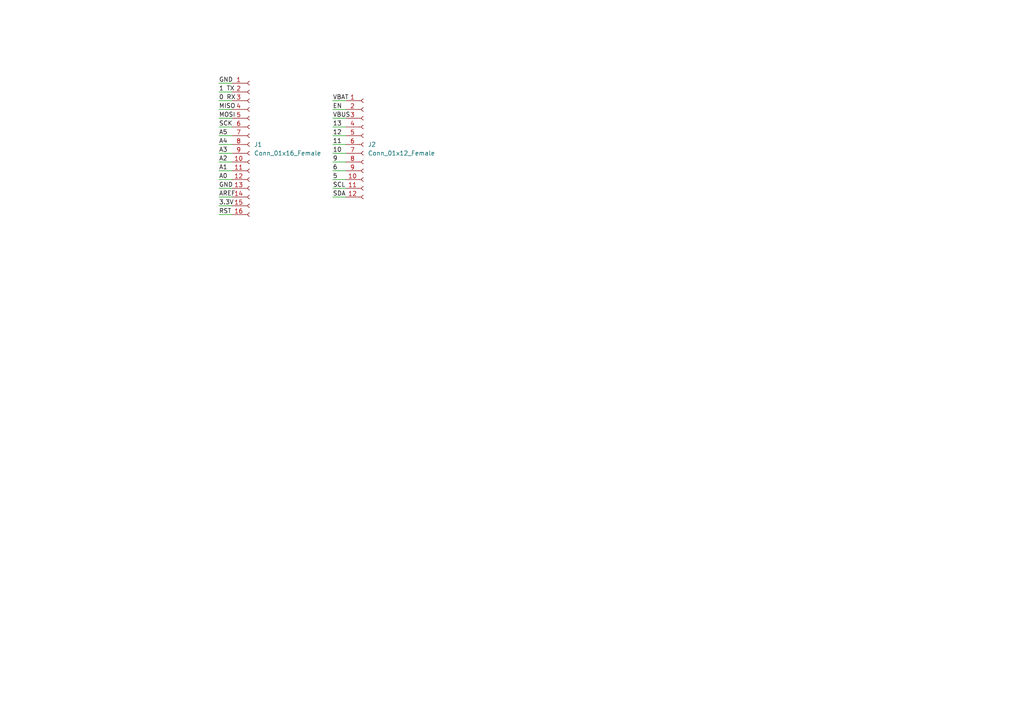
<source format=kicad_sch>
(kicad_sch (version 20230121) (generator eeschema)
  (paper "A4")
  (lib_symbols
    (symbol "Connector:Conn_01x12_Female" (pin_names (offset 1.016) hide)
      (property "Reference" "J" (at 0 15.24 0))
      (property "Value" "Conn_01x12_Female" (at 0 -17.78 0))
      (symbol "Conn_01x12_Female_1_1"
        (arc (start 0 -14.732) (mid -0.5058 -15.24) (end 0 -15.748) (stroke (width 0.1524)))
        (arc (start 0 -12.192) (mid -0.5058 -12.7) (end 0 -13.208) (stroke (width 0.1524)))
        (arc (start 0 -9.652) (mid -0.5058 -10.16) (end 0 -10.668) (stroke (width 0.1524)))
        (arc (start 0 -7.112) (mid -0.5058 -7.62) (end 0 -8.128) (stroke (width 0.1524)))
        (arc (start 0 -4.572) (mid -0.5058 -5.08) (end 0 -5.588) (stroke (width 0.1524)))
        (arc (start 0 -2.032) (mid -0.5058 -2.54) (end 0 -3.048) (stroke (width 0.1524)))
        (polyline (pts (xy -1.27 -15.24) (xy -0.508 -15.24)) (stroke (width 0.1524)))
        (polyline (pts (xy -1.27 -12.7) (xy -0.508 -12.7)) (stroke (width 0.1524)))
        (polyline (pts (xy -1.27 -10.16) (xy -0.508 -10.16)) (stroke (width 0.1524)))
        (polyline (pts (xy -1.27 -7.62) (xy -0.508 -7.62)) (stroke (width 0.1524)))
        (polyline (pts (xy -1.27 -5.08) (xy -0.508 -5.08)) (stroke (width 0.1524)))
        (polyline (pts (xy -1.27 -2.54) (xy -0.508 -2.54)) (stroke (width 0.1524)))
        (polyline (pts (xy -1.27 0) (xy -0.508 0)) (stroke (width 0.1524)))
        (polyline (pts (xy -1.27 2.54) (xy -0.508 2.54)) (stroke (width 0.1524)))
        (polyline (pts (xy -1.27 5.08) (xy -0.508 5.08)) (stroke (width 0.1524)))
        (polyline (pts (xy -1.27 7.62) (xy -0.508 7.62)) (stroke (width 0.1524)))
        (polyline (pts (xy -1.27 10.16) (xy -0.508 10.16)) (stroke (width 0.1524)))
        (polyline (pts (xy -1.27 12.7) (xy -0.508 12.7)) (stroke (width 0.1524)))
        (arc (start 0 0.508) (mid -0.5058 0) (end 0 -0.508) (stroke (width 0.1524)))
        (arc (start 0 3.048) (mid -0.5058 2.54) (end 0 2.032) (stroke (width 0.1524)))
        (arc (start 0 5.588) (mid -0.5058 5.08) (end 0 4.572) (stroke (width 0.1524)))
        (arc (start 0 8.128) (mid -0.5058 7.62) (end 0 7.112) (stroke (width 0.1524)))
        (arc (start 0 10.668) (mid -0.5058 10.16) (end 0 9.652) (stroke (width 0.1524)))
        (arc (start 0 13.208) (mid -0.5058 12.7) (end 0 12.192) (stroke (width 0.1524)))
        (pin passive line (at -5.08 12.7 0) (length 3.81) (name "Pin_1") (number "1"))
        (pin passive line (at -5.08 -10.16 0) (length 3.81) (name "Pin_10") (number "10"))
        (pin passive line (at -5.08 -12.7 0) (length 3.81) (name "Pin_11") (number "11"))
        (pin passive line (at -5.08 -15.24 0) (length 3.81) (name "Pin_12") (number "12"))
        (pin passive line (at -5.08 10.16 0) (length 3.81) (name "Pin_2") (number "2"))
        (pin passive line (at -5.08 7.62 0) (length 3.81) (name "Pin_3") (number "3"))
        (pin passive line (at -5.08 5.08 0) (length 3.81) (name "Pin_4") (number "4"))
        (pin passive line (at -5.08 2.54 0) (length 3.81) (name "Pin_5") (number "5"))
        (pin passive line (at -5.08 0 0) (length 3.81) (name "Pin_6") (number "6"))
        (pin passive line (at -5.08 -2.54 0) (length 3.81) (name "Pin_7") (number "7"))
        (pin passive line (at -5.08 -5.08 0) (length 3.81) (name "Pin_8") (number "8"))
        (pin passive line (at -5.08 -7.62 0) (length 3.81) (name "Pin_9") (number "9"))
      )
    )
    (symbol "Connector:Conn_01x16_Female" (pin_names (offset 1.016) hide)
      (property "Reference" "J" (at 0 20.32 0))
      (property "Value" "Conn_01x16_Female" (at 0 -22.86 0))
      (symbol "Conn_01x16_Female_1_1"
        (arc (start 0 -19.812) (mid -0.5058 -20.32) (end 0 -20.828) (stroke (width 0.1524)))
        (arc (start 0 -17.272) (mid -0.5058 -17.78) (end 0 -18.288) (stroke (width 0.1524)))
        (arc (start 0 -14.732) (mid -0.5058 -15.24) (end 0 -15.748) (stroke (width 0.1524)))
        (arc (start 0 -12.192) (mid -0.5058 -12.7) (end 0 -13.208) (stroke (width 0.1524)))
        (arc (start 0 -9.652) (mid -0.5058 -10.16) (end 0 -10.668) (stroke (width 0.1524)))
        (arc (start 0 -7.112) (mid -0.5058 -7.62) (end 0 -8.128) (stroke (width 0.1524)))
        (arc (start 0 -4.572) (mid -0.5058 -5.08) (end 0 -5.588) (stroke (width 0.1524)))
        (arc (start 0 -2.032) (mid -0.5058 -2.54) (end 0 -3.048) (stroke (width 0.1524)))
        (polyline (pts (xy -1.27 -20.32) (xy -0.508 -20.32)) (stroke (width 0.1524)))
        (polyline (pts (xy -1.27 -17.78) (xy -0.508 -17.78)) (stroke (width 0.1524)))
        (polyline (pts (xy -1.27 -15.24) (xy -0.508 -15.24)) (stroke (width 0.1524)))
        (polyline (pts (xy -1.27 -12.7) (xy -0.508 -12.7)) (stroke (width 0.1524)))
        (polyline (pts (xy -1.27 -10.16) (xy -0.508 -10.16)) (stroke (width 0.1524)))
        (polyline (pts (xy -1.27 -7.62) (xy -0.508 -7.62)) (stroke (width 0.1524)))
        (polyline (pts (xy -1.27 -5.08) (xy -0.508 -5.08)) (stroke (width 0.1524)))
        (polyline (pts (xy -1.27 -2.54) (xy -0.508 -2.54)) (stroke (width 0.1524)))
        (polyline (pts (xy -1.27 0) (xy -0.508 0)) (stroke (width 0.1524)))
        (polyline (pts (xy -1.27 2.54) (xy -0.508 2.54)) (stroke (width 0.1524)))
        (polyline (pts (xy -1.27 5.08) (xy -0.508 5.08)) (stroke (width 0.1524)))
        (polyline (pts (xy -1.27 7.62) (xy -0.508 7.62)) (stroke (width 0.1524)))
        (polyline (pts (xy -1.27 10.16) (xy -0.508 10.16)) (stroke (width 0.1524)))
        (polyline (pts (xy -1.27 12.7) (xy -0.508 12.7)) (stroke (width 0.1524)))
        (polyline (pts (xy -1.27 15.24) (xy -0.508 15.24)) (stroke (width 0.1524)))
        (polyline (pts (xy -1.27 17.78) (xy -0.508 17.78)) (stroke (width 0.1524)))
        (arc (start 0 0.508) (mid -0.5058 0) (end 0 -0.508) (stroke (width 0.1524)))
        (arc (start 0 3.048) (mid -0.5058 2.54) (end 0 2.032) (stroke (width 0.1524)))
        (arc (start 0 5.588) (mid -0.5058 5.08) (end 0 4.572) (stroke (width 0.1524)))
        (arc (start 0 8.128) (mid -0.5058 7.62) (end 0 7.112) (stroke (width 0.1524)))
        (arc (start 0 10.668) (mid -0.5058 10.16) (end 0 9.652) (stroke (width 0.1524)))
        (arc (start 0 13.208) (mid -0.5058 12.7) (end 0 12.192) (stroke (width 0.1524)))
        (arc (start 0 15.748) (mid -0.5058 15.24) (end 0 14.732) (stroke (width 0.1524)))
        (arc (start 0 18.288) (mid -0.5058 17.78) (end 0 17.272) (stroke (width 0.1524)))
        (pin passive line (at -5.08 17.78 0) (length 3.81) (name "Pin_1") (number "1"))
        (pin passive line (at -5.08 -5.08 0) (length 3.81) (name "Pin_10") (number "10"))
        (pin passive line (at -5.08 -7.62 0) (length 3.81) (name "Pin_11") (number "11"))
        (pin passive line (at -5.08 -10.16 0) (length 3.81) (name "Pin_12") (number "12"))
        (pin passive line (at -5.08 -12.7 0) (length 3.81) (name "Pin_13") (number "13"))
        (pin passive line (at -5.08 -15.24 0) (length 3.81) (name "Pin_14") (number "14"))
        (pin passive line (at -5.08 -17.78 0) (length 3.81) (name "Pin_15") (number "15"))
        (pin passive line (at -5.08 -20.32 0) (length 3.81) (name "Pin_16") (number "16"))
        (pin passive line (at -5.08 15.24 0) (length 3.81) (name "Pin_2") (number "2"))
        (pin passive line (at -5.08 12.7 0) (length 3.81) (name "Pin_3") (number "3"))
        (pin passive line (at -5.08 10.16 0) (length 3.81) (name "Pin_4") (number "4"))
        (pin passive line (at -5.08 7.62 0) (length 3.81) (name "Pin_5") (number "5"))
        (pin passive line (at -5.08 5.08 0) (length 3.81) (name "Pin_6") (number "6"))
        (pin passive line (at -5.08 2.54 0) (length 3.81) (name "Pin_7") (number "7"))
        (pin passive line (at -5.08 0 0) (length 3.81) (name "Pin_8") (number "8"))
        (pin passive line (at -5.08 -2.54 0) (length 3.81) (name "Pin_9") (number "9"))
      )
    )
  )
  (wire (pts (xy 63.5 49.53) (xy 67.31 49.53)))
  (wire (pts (xy 63.5 62.23) (xy 67.31 62.23)))
  (wire (pts (xy 63.5 29.21) (xy 67.31 29.21)))
  (wire (pts (xy 96.52 34.29) (xy 100.33 34.29)))
  (wire (pts (xy 63.5 57.15) (xy 67.31 57.15)))
  (wire (pts (xy 96.52 57.15) (xy 100.33 57.15)))
  (wire (pts (xy 96.52 44.45) (xy 100.33 44.45)))
  (wire (pts (xy 96.52 39.37) (xy 100.33 39.37)))
  (wire (pts (xy 96.52 52.07) (xy 100.33 52.07)))
  (wire (pts (xy 96.52 54.61) (xy 100.33 54.61)))
  (wire (pts (xy 63.5 26.67) (xy 67.31 26.67)))
  (wire (pts (xy 96.52 46.99) (xy 100.33 46.99)))
  (wire (pts (xy 63.5 31.75) (xy 67.31 31.75)))
  (wire (pts (xy 63.5 52.07) (xy 67.31 52.07)))
  (wire (pts (xy 96.52 49.53) (xy 100.33 49.53)))
  (wire (pts (xy 63.5 46.99) (xy 67.31 46.99)))
  (wire (pts (xy 63.5 41.91) (xy 67.31 41.91)))
  (wire (pts (xy 96.52 31.75) (xy 100.33 31.75)))
  (wire (pts (xy 67.31 54.61) (xy 63.5 54.61)))
  (wire (pts (xy 67.31 59.69) (xy 63.5 59.69)))
  (wire (pts (xy 63.5 24.13) (xy 67.31 24.13)))
  (wire (pts (xy 63.5 44.45) (xy 67.31 44.45)))
  (wire (pts (xy 63.5 39.37) (xy 67.31 39.37)))
  (wire (pts (xy 96.52 36.83) (xy 100.33 36.83)))
  (wire (pts (xy 96.52 29.21) (xy 100.33 29.21)))
  (wire (pts (xy 96.52 41.91) (xy 100.33 41.91)))
  (wire (pts (xy 63.5 34.29) (xy 67.31 34.29)))
  (wire (pts (xy 63.5 36.83) (xy 67.31 36.83)))
  (label "A5" (at 63.5 39.37 0))
  (label "11" (at 96.52 41.91 0))
  (label "1 TX" (at 63.5 26.67 0))
  (label "SCL" (at 96.52 54.61 0))
  (label "MOSI" (at 63.5 34.29 0))
  (label "10" (at 96.52 44.45 0))
  (label "12" (at 96.52 39.37 0))
  (label "5" (at 96.52 52.07 0))
  (label "0 RX" (at 63.5 29.21 0))
  (label "A4" (at 63.5 41.91 0))
  (label "A0" (at 63.5 52.07 0))
  (label "6" (at 96.52 49.53 0))
  (label "SDA" (at 96.52 57.15 0))
  (label "VBAT" (at 96.52 29.21 0))
  (label "MISO" (at 63.5 31.75 0))
  (label "SCK" (at 63.5 36.83 0))
  (label "EN" (at 96.52 31.75 0))
  (label "9" (at 96.52 46.99 0))
  (label "VBUS" (at 96.52 34.29 0))
  (label "3.3V" (at 63.5 59.69 0))
  (label "A2" (at 63.5 46.99 0))
  (label "AREF" (at 63.5 57.15 0))
  (label "RST" (at 63.5 62.23 0))
  (label "13" (at 96.52 36.83 0))
  (label "A3" (at 63.5 44.45 0))
  (label "GND" (at 63.5 24.13 0))
  (label "GND" (at 63.5 54.61 0))
  (label "A1" (at 63.5 49.53 0))
  (symbol (lib_id "Connector:Conn_01x16_Female") (at 72.39 41.91 0) (unit 1)
    (property "Reference" "J1" (at 73.66 41.9099 0) (effects (justify left)))
    (property "Value" "Conn_01x16_Female" (at 73.66 44.4499 0) (effects (justify left)))
    (property "Footprint" "Connector_PinSocket_2.54mm:PinSocket_1x16_P2.54mm_Vertical" (effects hide))
  )
  (symbol (lib_id "Connector:Conn_01x12_Female") (at 105.41 41.91 0) (unit 1)
    (property "Reference" "J2" (at 106.68 41.9099 0) (effects (justify left)))
    (property "Value" "Conn_01x12_Female" (at 106.68 44.4499 0) (effects (justify left)))
    (property "Footprint" "Connector_PinSocket_2.54mm:PinSocket_1x12_P2.54mm_Vertical" (effects hide))
  )
)
</source>
